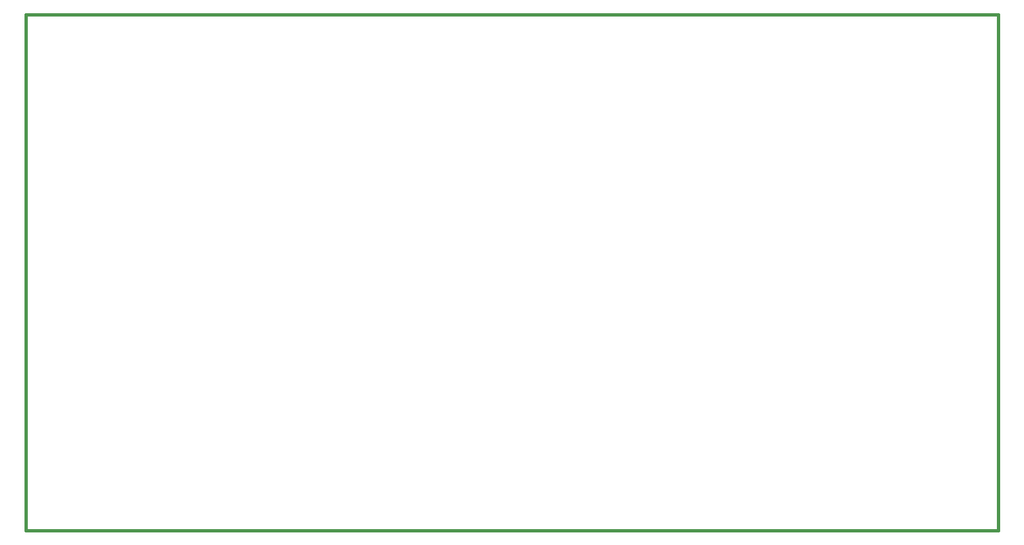
<source format=gbr>
G04 (created by PCBNEW-RS274X (2012-apr-16-27)-stable) date Mon 01 Sep 2014 06:02:50 PM CEST*
G01*
G70*
G90*
%MOIN*%
G04 Gerber Fmt 3.4, Leading zero omitted, Abs format*
%FSLAX34Y34*%
G04 APERTURE LIST*
%ADD10C,0.006000*%
%ADD11C,0.015000*%
G04 APERTURE END LIST*
G54D10*
G54D11*
X32500Y-24000D02*
X33500Y-24000D01*
X32500Y-50000D02*
X32500Y-24000D01*
X81500Y-50000D02*
X32500Y-50000D01*
X81500Y-24000D02*
X81500Y-50000D01*
X33500Y-24000D02*
X81500Y-24000D01*
M02*

</source>
